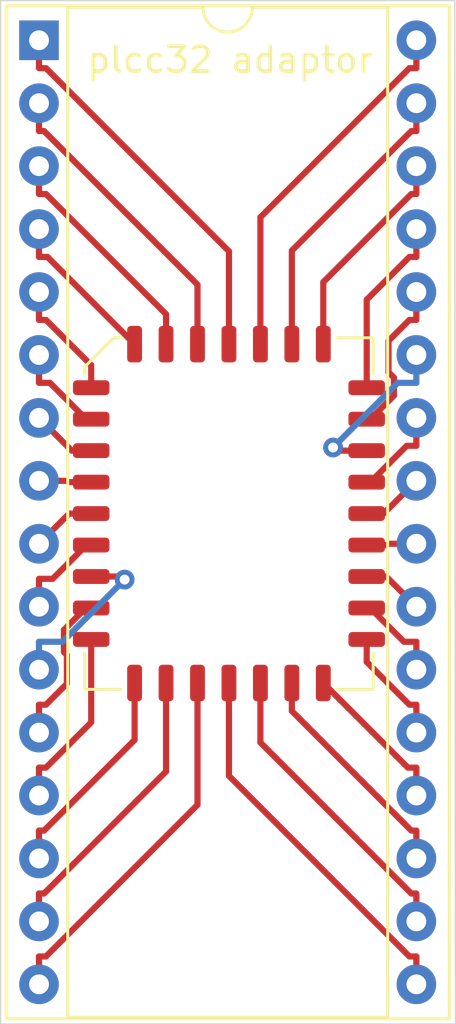
<source format=kicad_pcb>
(kicad_pcb (version 20171130) (host pcbnew 5.1.5-52549c5~84~ubuntu19.10.1)

  (general
    (thickness 1.6)
    (drawings 4)
    (tracks 128)
    (zones 0)
    (modules 2)
    (nets 33)
  )

  (page A4)
  (layers
    (0 F.Cu signal)
    (31 B.Cu signal)
    (32 B.Adhes user hide)
    (33 F.Adhes user hide)
    (34 B.Paste user hide)
    (35 F.Paste user hide)
    (36 B.SilkS user hide)
    (37 F.SilkS user)
    (38 B.Mask user)
    (39 F.Mask user)
    (40 Dwgs.User user hide)
    (41 Cmts.User user hide)
    (42 Eco1.User user hide)
    (43 Eco2.User user hide)
    (44 Edge.Cuts user)
    (45 Margin user)
    (46 B.CrtYd user)
    (47 F.CrtYd user)
    (48 B.Fab user)
    (49 F.Fab user)
  )

  (setup
    (last_trace_width 0.25)
    (trace_clearance 0.2)
    (zone_clearance 0.508)
    (zone_45_only no)
    (trace_min 0.2)
    (via_size 0.8)
    (via_drill 0.4)
    (via_min_size 0.4)
    (via_min_drill 0.3)
    (uvia_size 0.3)
    (uvia_drill 0.1)
    (uvias_allowed no)
    (uvia_min_size 0.2)
    (uvia_min_drill 0.1)
    (edge_width 0.05)
    (segment_width 0.2)
    (pcb_text_width 0.3)
    (pcb_text_size 1.5 1.5)
    (mod_edge_width 0.12)
    (mod_text_size 1 1)
    (mod_text_width 0.15)
    (pad_size 1.6 1.6)
    (pad_drill 0.8)
    (pad_to_mask_clearance 0.051)
    (solder_mask_min_width 0.25)
    (aux_axis_origin 0 0)
    (visible_elements FFFFFF7F)
    (pcbplotparams
      (layerselection 0x010e0_ffffffff)
      (usegerberextensions true)
      (usegerberattributes false)
      (usegerberadvancedattributes false)
      (creategerberjobfile false)
      (excludeedgelayer true)
      (linewidth 0.100000)
      (plotframeref false)
      (viasonmask false)
      (mode 1)
      (useauxorigin false)
      (hpglpennumber 1)
      (hpglpenspeed 20)
      (hpglpendiameter 15.000000)
      (psnegative false)
      (psa4output false)
      (plotreference true)
      (plotvalue true)
      (plotinvisibletext false)
      (padsonsilk false)
      (subtractmaskfromsilk false)
      (outputformat 1)
      (mirror false)
      (drillshape 0)
      (scaleselection 1)
      (outputdirectory "zip/"))
  )

  (net 0 "")
  (net 1 "Net-(U1-Pad1)")
  (net 2 "Net-(U1-Pad17)")
  (net 3 "Net-(U1-Pad2)")
  (net 4 "Net-(U1-Pad18)")
  (net 5 "Net-(U1-Pad3)")
  (net 6 "Net-(U1-Pad19)")
  (net 7 "Net-(U1-Pad4)")
  (net 8 "Net-(U1-Pad20)")
  (net 9 "Net-(U1-Pad5)")
  (net 10 "Net-(U1-Pad21)")
  (net 11 "Net-(U1-Pad6)")
  (net 12 "Net-(U1-Pad22)")
  (net 13 "Net-(U1-Pad7)")
  (net 14 "Net-(U1-Pad23)")
  (net 15 "Net-(U1-Pad8)")
  (net 16 "Net-(U1-Pad24)")
  (net 17 "Net-(U1-Pad9)")
  (net 18 "Net-(U1-Pad25)")
  (net 19 "Net-(U1-Pad10)")
  (net 20 "Net-(U1-Pad26)")
  (net 21 "Net-(U1-Pad11)")
  (net 22 "Net-(U1-Pad27)")
  (net 23 "Net-(U1-Pad12)")
  (net 24 "Net-(U1-Pad28)")
  (net 25 "Net-(U1-Pad13)")
  (net 26 "Net-(U1-Pad29)")
  (net 27 "Net-(U1-Pad14)")
  (net 28 "Net-(U1-Pad30)")
  (net 29 "Net-(U1-Pad15)")
  (net 30 "Net-(U1-Pad31)")
  (net 31 "Net-(U1-Pad16)")
  (net 32 "Net-(U1-Pad32)")

  (net_class Default "This is the default net class."
    (clearance 0.2)
    (trace_width 0.25)
    (via_dia 0.8)
    (via_drill 0.4)
    (uvia_dia 0.3)
    (uvia_drill 0.1)
    (add_net "Net-(U1-Pad1)")
    (add_net "Net-(U1-Pad10)")
    (add_net "Net-(U1-Pad11)")
    (add_net "Net-(U1-Pad12)")
    (add_net "Net-(U1-Pad13)")
    (add_net "Net-(U1-Pad14)")
    (add_net "Net-(U1-Pad15)")
    (add_net "Net-(U1-Pad16)")
    (add_net "Net-(U1-Pad17)")
    (add_net "Net-(U1-Pad18)")
    (add_net "Net-(U1-Pad19)")
    (add_net "Net-(U1-Pad2)")
    (add_net "Net-(U1-Pad20)")
    (add_net "Net-(U1-Pad21)")
    (add_net "Net-(U1-Pad22)")
    (add_net "Net-(U1-Pad23)")
    (add_net "Net-(U1-Pad24)")
    (add_net "Net-(U1-Pad25)")
    (add_net "Net-(U1-Pad26)")
    (add_net "Net-(U1-Pad27)")
    (add_net "Net-(U1-Pad28)")
    (add_net "Net-(U1-Pad29)")
    (add_net "Net-(U1-Pad3)")
    (add_net "Net-(U1-Pad30)")
    (add_net "Net-(U1-Pad31)")
    (add_net "Net-(U1-Pad32)")
    (add_net "Net-(U1-Pad4)")
    (add_net "Net-(U1-Pad5)")
    (add_net "Net-(U1-Pad6)")
    (add_net "Net-(U1-Pad7)")
    (add_net "Net-(U1-Pad8)")
    (add_net "Net-(U1-Pad9)")
  )

  (module Package_DIP:DIP-32_W15.24mm_Socket (layer F.Cu) (tedit 5A02E8C5) (tstamp 5E5C0126)
    (at 116.789 91.8204)
    (descr "32-lead though-hole mounted DIP package, row spacing 15.24 mm (600 mils), Socket")
    (tags "THT DIP DIL PDIP 2.54mm 15.24mm 600mil Socket")
    (path /5E5B6807)
    (fp_text reference U1 (at 7.62 -2.33) (layer F.SilkS) hide
      (effects (font (size 1 1) (thickness 0.15)))
    )
    (fp_text value 27C040 (at 7.62 40.43) (layer F.Fab) hide
      (effects (font (size 1 1) (thickness 0.15)))
    )
    (fp_arc (start 7.62 -1.33) (end 6.62 -1.33) (angle -180) (layer F.SilkS) (width 0.12))
    (fp_line (start 1.255 -1.27) (end 14.985 -1.27) (layer F.Fab) (width 0.1))
    (fp_line (start 14.985 -1.27) (end 14.985 39.37) (layer F.Fab) (width 0.1))
    (fp_line (start 14.985 39.37) (end 0.255 39.37) (layer F.Fab) (width 0.1))
    (fp_line (start 0.255 39.37) (end 0.255 -0.27) (layer F.Fab) (width 0.1))
    (fp_line (start 0.255 -0.27) (end 1.255 -1.27) (layer F.Fab) (width 0.1))
    (fp_line (start -1.27 -1.33) (end -1.27 39.43) (layer F.Fab) (width 0.1))
    (fp_line (start -1.27 39.43) (end 16.51 39.43) (layer F.Fab) (width 0.1))
    (fp_line (start 16.51 39.43) (end 16.51 -1.33) (layer F.Fab) (width 0.1))
    (fp_line (start 16.51 -1.33) (end -1.27 -1.33) (layer F.Fab) (width 0.1))
    (fp_line (start 6.62 -1.33) (end 1.16 -1.33) (layer F.SilkS) (width 0.12))
    (fp_line (start 1.16 -1.33) (end 1.16 39.43) (layer F.SilkS) (width 0.12))
    (fp_line (start 1.16 39.43) (end 14.08 39.43) (layer F.SilkS) (width 0.12))
    (fp_line (start 14.08 39.43) (end 14.08 -1.33) (layer F.SilkS) (width 0.12))
    (fp_line (start 14.08 -1.33) (end 8.62 -1.33) (layer F.SilkS) (width 0.12))
    (fp_line (start -1.33 -1.39) (end -1.33 39.49) (layer F.SilkS) (width 0.12))
    (fp_line (start -1.33 39.49) (end 16.57 39.49) (layer F.SilkS) (width 0.12))
    (fp_line (start 16.57 39.49) (end 16.57 -1.39) (layer F.SilkS) (width 0.12))
    (fp_line (start 16.57 -1.39) (end -1.33 -1.39) (layer F.SilkS) (width 0.12))
    (fp_line (start -1.55 -1.6) (end -1.55 39.7) (layer F.CrtYd) (width 0.05))
    (fp_line (start -1.55 39.7) (end 16.8 39.7) (layer F.CrtYd) (width 0.05))
    (fp_line (start 16.8 39.7) (end 16.8 -1.6) (layer F.CrtYd) (width 0.05))
    (fp_line (start 16.8 -1.6) (end -1.55 -1.6) (layer F.CrtYd) (width 0.05))
    (fp_text user %R (at 7.62 19.05) (layer F.Fab) hide
      (effects (font (size 1 1) (thickness 0.15)))
    )
    (pad 1 thru_hole rect (at 0 0) (size 1.6 1.6) (drill 0.8) (layers *.Cu *.Mask)
      (net 1 "Net-(U1-Pad1)"))
    (pad 17 thru_hole oval (at 15.24 38.1) (size 1.6 1.6) (drill 0.8) (layers *.Cu *.Mask)
      (net 2 "Net-(U1-Pad17)"))
    (pad 2 thru_hole oval (at 0 2.54) (size 1.6 1.6) (drill 0.8) (layers *.Cu *.Mask)
      (net 3 "Net-(U1-Pad2)"))
    (pad 18 thru_hole oval (at 15.24 35.56) (size 1.6 1.6) (drill 0.8) (layers *.Cu *.Mask)
      (net 4 "Net-(U1-Pad18)"))
    (pad 3 thru_hole oval (at 0 5.08) (size 1.6 1.6) (drill 0.8) (layers *.Cu *.Mask)
      (net 5 "Net-(U1-Pad3)"))
    (pad 19 thru_hole oval (at 15.24 33.02) (size 1.6 1.6) (drill 0.8) (layers *.Cu *.Mask)
      (net 6 "Net-(U1-Pad19)"))
    (pad 4 thru_hole oval (at 0 7.62) (size 1.6 1.6) (drill 0.8) (layers *.Cu *.Mask)
      (net 7 "Net-(U1-Pad4)"))
    (pad 20 thru_hole oval (at 15.24 30.48) (size 1.6 1.6) (drill 0.8) (layers *.Cu *.Mask)
      (net 8 "Net-(U1-Pad20)"))
    (pad 5 thru_hole oval (at 0 10.16) (size 1.6 1.6) (drill 0.8) (layers *.Cu *.Mask)
      (net 9 "Net-(U1-Pad5)"))
    (pad 21 thru_hole oval (at 15.24 27.94) (size 1.6 1.6) (drill 0.8) (layers *.Cu *.Mask)
      (net 10 "Net-(U1-Pad21)"))
    (pad 6 thru_hole oval (at 0 12.7) (size 1.6 1.6) (drill 0.8) (layers *.Cu *.Mask)
      (net 11 "Net-(U1-Pad6)"))
    (pad 22 thru_hole oval (at 15.24 25.4) (size 1.6 1.6) (drill 0.8) (layers *.Cu *.Mask)
      (net 12 "Net-(U1-Pad22)"))
    (pad 7 thru_hole oval (at 0 15.24) (size 1.6 1.6) (drill 0.8) (layers *.Cu *.Mask)
      (net 13 "Net-(U1-Pad7)"))
    (pad 23 thru_hole oval (at 15.24 22.86) (size 1.6 1.6) (drill 0.8) (layers *.Cu *.Mask)
      (net 14 "Net-(U1-Pad23)"))
    (pad 8 thru_hole oval (at 0 17.78) (size 1.6 1.6) (drill 0.8) (layers *.Cu *.Mask)
      (net 15 "Net-(U1-Pad8)"))
    (pad 24 thru_hole oval (at 15.24 20.32) (size 1.6 1.6) (drill 0.8) (layers *.Cu *.Mask)
      (net 16 "Net-(U1-Pad24)"))
    (pad 9 thru_hole oval (at 0 20.32) (size 1.6 1.6) (drill 0.8) (layers *.Cu *.Mask)
      (net 17 "Net-(U1-Pad9)"))
    (pad 25 thru_hole oval (at 15.24 17.78) (size 1.6 1.6) (drill 0.8) (layers *.Cu *.Mask)
      (net 18 "Net-(U1-Pad25)"))
    (pad 10 thru_hole oval (at 0 22.86) (size 1.6 1.6) (drill 0.8) (layers *.Cu *.Mask)
      (net 19 "Net-(U1-Pad10)"))
    (pad 26 thru_hole oval (at 15.24 15.24) (size 1.6 1.6) (drill 0.8) (layers *.Cu *.Mask)
      (net 20 "Net-(U1-Pad26)"))
    (pad 11 thru_hole oval (at 0 25.4) (size 1.6 1.6) (drill 0.8) (layers *.Cu *.Mask)
      (net 21 "Net-(U1-Pad11)"))
    (pad 27 thru_hole oval (at 15.24 12.7) (size 1.6 1.6) (drill 0.8) (layers *.Cu *.Mask)
      (net 22 "Net-(U1-Pad27)"))
    (pad 12 thru_hole oval (at 0 27.94) (size 1.6 1.6) (drill 0.8) (layers *.Cu *.Mask)
      (net 23 "Net-(U1-Pad12)"))
    (pad 28 thru_hole oval (at 15.24 10.16) (size 1.6 1.6) (drill 0.8) (layers *.Cu *.Mask)
      (net 24 "Net-(U1-Pad28)"))
    (pad 13 thru_hole oval (at 0 30.48) (size 1.6 1.6) (drill 0.8) (layers *.Cu *.Mask)
      (net 25 "Net-(U1-Pad13)"))
    (pad 29 thru_hole oval (at 15.24 7.62) (size 1.6 1.6) (drill 0.8) (layers *.Cu *.Mask)
      (net 26 "Net-(U1-Pad29)"))
    (pad 14 thru_hole oval (at 0 33.02) (size 1.6 1.6) (drill 0.8) (layers *.Cu *.Mask)
      (net 27 "Net-(U1-Pad14)"))
    (pad 30 thru_hole oval (at 15.24 5.08) (size 1.6 1.6) (drill 0.8) (layers *.Cu *.Mask)
      (net 28 "Net-(U1-Pad30)"))
    (pad 15 thru_hole oval (at 0 35.56) (size 1.6 1.6) (drill 0.8) (layers *.Cu *.Mask)
      (net 29 "Net-(U1-Pad15)"))
    (pad 31 thru_hole oval (at 15.24 2.54) (size 1.6 1.6) (drill 0.8) (layers *.Cu *.Mask)
      (net 30 "Net-(U1-Pad31)"))
    (pad 16 thru_hole oval (at 0 38.1) (size 1.6 1.6) (drill 0.8) (layers *.Cu *.Mask)
      (net 31 "Net-(U1-Pad16)"))
    (pad 32 thru_hole oval (at 15.24 0) (size 1.6 1.6) (drill 0.8) (layers *.Cu *.Mask)
      (net 32 "Net-(U1-Pad32)"))
    (model ${KISYS3DMOD}/Package_DIP.3dshapes/DIP-32_W15.24mm_Socket.wrl
      (at (xyz 0 0 0))
      (scale (xyz 1 1 1))
      (rotate (xyz 0 0 0))
    )
  )

  (module Package_PLCC:PLCC-32_11.4x14.0mm_P1.27mm (layer F.Cu) (tedit 5B298677) (tstamp 5E5C0175)
    (at 124.46 110.922)
    (descr "PLCC, 32 Pin (http://ww1.microchip.com/downloads/en/DeviceDoc/doc0015.pdf), generated with kicad-footprint-generator ipc_plcc_jLead_generator.py")
    (tags "PLCC LCC")
    (path /5E5B5D51)
    (attr smd)
    (fp_text reference "plcc32 adaptor" (at 0.0508 -18.3136) (layer F.SilkS)
      (effects (font (size 1 1) (thickness 0.15)))
    )
    (fp_text value " " (at 0 8.52) (layer F.Fab) hide
      (effects (font (size 1 1) (thickness 0.15)))
    )
    (fp_line (start 4.37 -7.095) (end 5.825 -7.095) (layer F.SilkS) (width 0.12))
    (fp_line (start 5.825 -7.095) (end 5.825 -5.64) (layer F.SilkS) (width 0.12))
    (fp_line (start -4.37 7.095) (end -5.825 7.095) (layer F.SilkS) (width 0.12))
    (fp_line (start -5.825 7.095) (end -5.825 5.64) (layer F.SilkS) (width 0.12))
    (fp_line (start 4.37 7.095) (end 5.825 7.095) (layer F.SilkS) (width 0.12))
    (fp_line (start 5.825 7.095) (end 5.825 5.64) (layer F.SilkS) (width 0.12))
    (fp_line (start -4.37 -7.095) (end -4.652782 -7.095) (layer F.SilkS) (width 0.12))
    (fp_line (start -4.652782 -7.095) (end -5.825 -5.922782) (layer F.SilkS) (width 0.12))
    (fp_line (start -5.825 -5.922782) (end -5.825 -5.64) (layer F.SilkS) (width 0.12))
    (fp_line (start 0 -6.277893) (end 0.5 -6.985) (layer F.Fab) (width 0.1))
    (fp_line (start 0.5 -6.985) (end 5.715 -6.985) (layer F.Fab) (width 0.1))
    (fp_line (start 5.715 -6.985) (end 5.715 6.985) (layer F.Fab) (width 0.1))
    (fp_line (start 5.715 6.985) (end -5.715 6.985) (layer F.Fab) (width 0.1))
    (fp_line (start -5.715 6.985) (end -5.715 -5.845) (layer F.Fab) (width 0.1))
    (fp_line (start -5.715 -5.845) (end -4.575 -6.985) (layer F.Fab) (width 0.1))
    (fp_line (start -4.575 -6.985) (end -0.5 -6.985) (layer F.Fab) (width 0.1))
    (fp_line (start -0.5 -6.985) (end 0 -6.277893) (layer F.Fab) (width 0.1))
    (fp_line (start 0 -7.82) (end 4.36 -7.82) (layer F.CrtYd) (width 0.05))
    (fp_line (start 4.36 -7.82) (end 4.36 -7.23) (layer F.CrtYd) (width 0.05))
    (fp_line (start 4.36 -7.23) (end 5.96 -7.23) (layer F.CrtYd) (width 0.05))
    (fp_line (start 5.96 -7.23) (end 5.96 -5.63) (layer F.CrtYd) (width 0.05))
    (fp_line (start 5.96 -5.63) (end 6.55 -5.63) (layer F.CrtYd) (width 0.05))
    (fp_line (start 6.55 -5.63) (end 6.55 0) (layer F.CrtYd) (width 0.05))
    (fp_line (start 0 7.82) (end -4.36 7.82) (layer F.CrtYd) (width 0.05))
    (fp_line (start -4.36 7.82) (end -4.36 7.23) (layer F.CrtYd) (width 0.05))
    (fp_line (start -4.36 7.23) (end -5.96 7.23) (layer F.CrtYd) (width 0.05))
    (fp_line (start -5.96 7.23) (end -5.96 5.63) (layer F.CrtYd) (width 0.05))
    (fp_line (start -5.96 5.63) (end -6.55 5.63) (layer F.CrtYd) (width 0.05))
    (fp_line (start -6.55 5.63) (end -6.55 0) (layer F.CrtYd) (width 0.05))
    (fp_line (start 0 7.82) (end 4.36 7.82) (layer F.CrtYd) (width 0.05))
    (fp_line (start 4.36 7.82) (end 4.36 7.23) (layer F.CrtYd) (width 0.05))
    (fp_line (start 4.36 7.23) (end 5.96 7.23) (layer F.CrtYd) (width 0.05))
    (fp_line (start 5.96 7.23) (end 5.96 5.63) (layer F.CrtYd) (width 0.05))
    (fp_line (start 5.96 5.63) (end 6.55 5.63) (layer F.CrtYd) (width 0.05))
    (fp_line (start 6.55 5.63) (end 6.55 0) (layer F.CrtYd) (width 0.05))
    (fp_line (start 0 -7.82) (end -4.36 -7.82) (layer F.CrtYd) (width 0.05))
    (fp_line (start -4.36 -7.82) (end -4.36 -7.23) (layer F.CrtYd) (width 0.05))
    (fp_line (start -4.36 -7.23) (end -4.68 -7.23) (layer F.CrtYd) (width 0.05))
    (fp_line (start -4.68 -7.23) (end -5.96 -5.95) (layer F.CrtYd) (width 0.05))
    (fp_line (start -5.96 -5.95) (end -5.96 -5.63) (layer F.CrtYd) (width 0.05))
    (fp_line (start -5.96 -5.63) (end -6.55 -5.63) (layer F.CrtYd) (width 0.05))
    (fp_line (start -6.55 -5.63) (end -6.55 0) (layer F.CrtYd) (width 0.05))
    (fp_text user " " (at 0 0) (layer F.Fab) hide
      (effects (font (size 1 1) (thickness 0.15)))
    )
    (pad 1 smd roundrect (at 0 -6.8375) (size 0.6 1.475) (layers F.Cu F.Paste F.Mask) (roundrect_rratio 0.25)
      (net 1 "Net-(U1-Pad1)"))
    (pad 2 smd roundrect (at -1.27 -6.8375) (size 0.6 1.475) (layers F.Cu F.Paste F.Mask) (roundrect_rratio 0.25)
      (net 3 "Net-(U1-Pad2)"))
    (pad 3 smd roundrect (at -2.54 -6.8375) (size 0.6 1.475) (layers F.Cu F.Paste F.Mask) (roundrect_rratio 0.25)
      (net 5 "Net-(U1-Pad3)"))
    (pad 4 smd roundrect (at -3.81 -6.8375) (size 0.6 1.475) (layers F.Cu F.Paste F.Mask) (roundrect_rratio 0.25)
      (net 7 "Net-(U1-Pad4)"))
    (pad 5 smd roundrect (at -5.5625 -5.08) (size 1.475 0.6) (layers F.Cu F.Paste F.Mask) (roundrect_rratio 0.25)
      (net 9 "Net-(U1-Pad5)"))
    (pad 6 smd roundrect (at -5.5625 -3.81) (size 1.475 0.6) (layers F.Cu F.Paste F.Mask) (roundrect_rratio 0.25)
      (net 11 "Net-(U1-Pad6)"))
    (pad 7 smd roundrect (at -5.5625 -2.54) (size 1.475 0.6) (layers F.Cu F.Paste F.Mask) (roundrect_rratio 0.25)
      (net 13 "Net-(U1-Pad7)"))
    (pad 8 smd roundrect (at -5.5625 -1.27) (size 1.475 0.6) (layers F.Cu F.Paste F.Mask) (roundrect_rratio 0.25)
      (net 15 "Net-(U1-Pad8)"))
    (pad 9 smd roundrect (at -5.5625 0) (size 1.475 0.6) (layers F.Cu F.Paste F.Mask) (roundrect_rratio 0.25)
      (net 17 "Net-(U1-Pad9)"))
    (pad 10 smd roundrect (at -5.5625 1.27) (size 1.475 0.6) (layers F.Cu F.Paste F.Mask) (roundrect_rratio 0.25)
      (net 19 "Net-(U1-Pad10)"))
    (pad 11 smd roundrect (at -5.5625 2.54) (size 1.475 0.6) (layers F.Cu F.Paste F.Mask) (roundrect_rratio 0.25)
      (net 21 "Net-(U1-Pad11)"))
    (pad 12 smd roundrect (at -5.5625 3.81) (size 1.475 0.6) (layers F.Cu F.Paste F.Mask) (roundrect_rratio 0.25)
      (net 23 "Net-(U1-Pad12)"))
    (pad 13 smd roundrect (at -5.5625 5.08) (size 1.475 0.6) (layers F.Cu F.Paste F.Mask) (roundrect_rratio 0.25)
      (net 25 "Net-(U1-Pad13)"))
    (pad 14 smd roundrect (at -3.81 6.8375) (size 0.6 1.475) (layers F.Cu F.Paste F.Mask) (roundrect_rratio 0.25)
      (net 27 "Net-(U1-Pad14)"))
    (pad 15 smd roundrect (at -2.54 6.8375) (size 0.6 1.475) (layers F.Cu F.Paste F.Mask) (roundrect_rratio 0.25)
      (net 29 "Net-(U1-Pad15)"))
    (pad 16 smd roundrect (at -1.27 6.8375) (size 0.6 1.475) (layers F.Cu F.Paste F.Mask) (roundrect_rratio 0.25)
      (net 31 "Net-(U1-Pad16)"))
    (pad 17 smd roundrect (at 0 6.8375) (size 0.6 1.475) (layers F.Cu F.Paste F.Mask) (roundrect_rratio 0.25)
      (net 2 "Net-(U1-Pad17)"))
    (pad 18 smd roundrect (at 1.27 6.8375) (size 0.6 1.475) (layers F.Cu F.Paste F.Mask) (roundrect_rratio 0.25)
      (net 4 "Net-(U1-Pad18)"))
    (pad 19 smd roundrect (at 2.54 6.8375) (size 0.6 1.475) (layers F.Cu F.Paste F.Mask) (roundrect_rratio 0.25)
      (net 6 "Net-(U1-Pad19)"))
    (pad 20 smd roundrect (at 3.81 6.8375) (size 0.6 1.475) (layers F.Cu F.Paste F.Mask) (roundrect_rratio 0.25)
      (net 8 "Net-(U1-Pad20)"))
    (pad 21 smd roundrect (at 5.5625 5.08) (size 1.475 0.6) (layers F.Cu F.Paste F.Mask) (roundrect_rratio 0.25)
      (net 10 "Net-(U1-Pad21)"))
    (pad 22 smd roundrect (at 5.5625 3.81) (size 1.475 0.6) (layers F.Cu F.Paste F.Mask) (roundrect_rratio 0.25)
      (net 12 "Net-(U1-Pad22)"))
    (pad 23 smd roundrect (at 5.5625 2.54) (size 1.475 0.6) (layers F.Cu F.Paste F.Mask) (roundrect_rratio 0.25)
      (net 14 "Net-(U1-Pad23)"))
    (pad 24 smd roundrect (at 5.5625 1.27) (size 1.475 0.6) (layers F.Cu F.Paste F.Mask) (roundrect_rratio 0.25)
      (net 16 "Net-(U1-Pad24)"))
    (pad 25 smd roundrect (at 5.5625 0) (size 1.475 0.6) (layers F.Cu F.Paste F.Mask) (roundrect_rratio 0.25)
      (net 18 "Net-(U1-Pad25)"))
    (pad 26 smd roundrect (at 5.5625 -1.27) (size 1.475 0.6) (layers F.Cu F.Paste F.Mask) (roundrect_rratio 0.25)
      (net 20 "Net-(U1-Pad26)"))
    (pad 27 smd roundrect (at 5.5625 -2.54) (size 1.475 0.6) (layers F.Cu F.Paste F.Mask) (roundrect_rratio 0.25)
      (net 22 "Net-(U1-Pad27)"))
    (pad 28 smd roundrect (at 5.5625 -3.81) (size 1.475 0.6) (layers F.Cu F.Paste F.Mask) (roundrect_rratio 0.25)
      (net 24 "Net-(U1-Pad28)"))
    (pad 29 smd roundrect (at 5.5625 -5.08) (size 1.475 0.6) (layers F.Cu F.Paste F.Mask) (roundrect_rratio 0.25)
      (net 26 "Net-(U1-Pad29)"))
    (pad 30 smd roundrect (at 3.81 -6.8375) (size 0.6 1.475) (layers F.Cu F.Paste F.Mask) (roundrect_rratio 0.25)
      (net 28 "Net-(U1-Pad30)"))
    (pad 31 smd roundrect (at 2.54 -6.8375) (size 0.6 1.475) (layers F.Cu F.Paste F.Mask) (roundrect_rratio 0.25)
      (net 30 "Net-(U1-Pad31)"))
    (pad 32 smd roundrect (at 1.27 -6.8375) (size 0.6 1.475) (layers F.Cu F.Paste F.Mask) (roundrect_rratio 0.25)
      (net 32 "Net-(U1-Pad32)"))
    (model ${KISYS3DMOD}/Package_LCC.3dshapes/PLCC-32_11.4x14.0mm_P1.27mm.wrl
      (at (xyz 0 0 0))
      (scale (xyz 1 1 1))
      (rotate (xyz 0 0 0))
    )
  )

  (gr_line (start 115.2398 90.2208) (end 133.5786 90.2208) (layer Edge.Cuts) (width 0.05) (tstamp 5E5C0AA1))
  (gr_line (start 115.2398 131.5212) (end 115.2398 90.2208) (layer Edge.Cuts) (width 0.05))
  (gr_line (start 133.604 131.5212) (end 115.2398 131.5212) (layer Edge.Cuts) (width 0.05))
  (gr_line (start 133.5786 90.2208) (end 133.604 131.5212) (layer Edge.Cuts) (width 0.05))

  (segment (start 116.789 91.8204) (end 116.789 92.9457) (width 0.25) (layer F.Cu) (net 1))
  (segment (start 124.46 104.0845) (end 124.46 100.3354) (width 0.25) (layer F.Cu) (net 1))
  (segment (start 124.46 100.3354) (end 117.0703 92.9457) (width 0.25) (layer F.Cu) (net 1))
  (segment (start 117.0703 92.9457) (end 116.789 92.9457) (width 0.25) (layer F.Cu) (net 1))
  (segment (start 132.029 129.9204) (end 132.029 128.7951) (width 0.25) (layer F.Cu) (net 2))
  (segment (start 124.46 117.7595) (end 124.46 121.5074) (width 0.25) (layer F.Cu) (net 2))
  (segment (start 124.46 121.5074) (end 131.7477 128.7951) (width 0.25) (layer F.Cu) (net 2))
  (segment (start 131.7477 128.7951) (end 132.029 128.7951) (width 0.25) (layer F.Cu) (net 2))
  (segment (start 116.789 95.4857) (end 116.9935 95.4857) (width 0.25) (layer F.Cu) (net 3))
  (segment (start 116.9935 95.4857) (end 123.19 101.6822) (width 0.25) (layer F.Cu) (net 3))
  (segment (start 123.19 101.6822) (end 123.19 104.0845) (width 0.25) (layer F.Cu) (net 3))
  (segment (start 116.789 94.3604) (end 116.789 95.4857) (width 0.25) (layer F.Cu) (net 3))
  (segment (start 132.029 126.2551) (end 131.8245 126.2551) (width 0.25) (layer F.Cu) (net 4))
  (segment (start 131.8245 126.2551) (end 125.73 120.1606) (width 0.25) (layer F.Cu) (net 4))
  (segment (start 125.73 120.1606) (end 125.73 117.7595) (width 0.25) (layer F.Cu) (net 4))
  (segment (start 132.029 127.3804) (end 132.029 126.2551) (width 0.25) (layer F.Cu) (net 4))
  (segment (start 116.789 96.9004) (end 116.789 98.0257) (width 0.25) (layer F.Cu) (net 5))
  (segment (start 121.92 104.0845) (end 121.92 102.8754) (width 0.25) (layer F.Cu) (net 5))
  (segment (start 121.92 102.8754) (end 117.0703 98.0257) (width 0.25) (layer F.Cu) (net 5))
  (segment (start 117.0703 98.0257) (end 116.789 98.0257) (width 0.25) (layer F.Cu) (net 5))
  (segment (start 132.029 123.7151) (end 131.8245 123.7151) (width 0.25) (layer F.Cu) (net 6))
  (segment (start 131.8245 123.7151) (end 127 118.8906) (width 0.25) (layer F.Cu) (net 6))
  (segment (start 127 118.8906) (end 127 117.7595) (width 0.25) (layer F.Cu) (net 6))
  (segment (start 132.029 124.8404) (end 132.029 123.7151) (width 0.25) (layer F.Cu) (net 6))
  (segment (start 116.789 99.4404) (end 116.789 100.5657) (width 0.25) (layer F.Cu) (net 7))
  (segment (start 120.65 104.0845) (end 117.1312 100.5657) (width 0.25) (layer F.Cu) (net 7))
  (segment (start 117.1312 100.5657) (end 116.789 100.5657) (width 0.25) (layer F.Cu) (net 7))
  (segment (start 132.029 122.3004) (end 132.029 121.1751) (width 0.25) (layer F.Cu) (net 8))
  (segment (start 128.27 117.7595) (end 131.6856 121.1751) (width 0.25) (layer F.Cu) (net 8))
  (segment (start 131.6856 121.1751) (end 132.029 121.1751) (width 0.25) (layer F.Cu) (net 8))
  (segment (start 116.789 101.9804) (end 116.789 103.1057) (width 0.25) (layer F.Cu) (net 9))
  (segment (start 118.8975 105.842) (end 118.8975 104.9329) (width 0.25) (layer F.Cu) (net 9))
  (segment (start 118.8975 104.9329) (end 117.0703 103.1057) (width 0.25) (layer F.Cu) (net 9))
  (segment (start 117.0703 103.1057) (end 116.789 103.1057) (width 0.25) (layer F.Cu) (net 9))
  (segment (start 132.029 119.7604) (end 132.029 118.6351) (width 0.25) (layer F.Cu) (net 10))
  (segment (start 130.0225 116.002) (end 130.0225 116.9099) (width 0.25) (layer F.Cu) (net 10))
  (segment (start 130.0225 116.9099) (end 131.7477 118.6351) (width 0.25) (layer F.Cu) (net 10))
  (segment (start 131.7477 118.6351) (end 132.029 118.6351) (width 0.25) (layer F.Cu) (net 10))
  (segment (start 116.789 104.5204) (end 116.789 105.6457) (width 0.25) (layer F.Cu) (net 11))
  (segment (start 118.8975 107.112) (end 118.6954 107.112) (width 0.25) (layer F.Cu) (net 11))
  (segment (start 118.6954 107.112) (end 117.2291 105.6457) (width 0.25) (layer F.Cu) (net 11))
  (segment (start 117.2291 105.6457) (end 116.789 105.6457) (width 0.25) (layer F.Cu) (net 11))
  (segment (start 132.029 117.2204) (end 132.029 116.0951) (width 0.25) (layer F.Cu) (net 12))
  (segment (start 130.0225 114.732) (end 130.1635 114.732) (width 0.25) (layer F.Cu) (net 12))
  (segment (start 130.1635 114.732) (end 131.5266 116.0951) (width 0.25) (layer F.Cu) (net 12))
  (segment (start 131.5266 116.0951) (end 132.029 116.0951) (width 0.25) (layer F.Cu) (net 12))
  (segment (start 118.8975 108.382) (end 118.1106 108.382) (width 0.25) (layer F.Cu) (net 13))
  (segment (start 118.1106 108.382) (end 116.789 107.0604) (width 0.25) (layer F.Cu) (net 13))
  (segment (start 130.0225 113.462) (end 130.8106 113.462) (width 0.25) (layer F.Cu) (net 14))
  (segment (start 130.8106 113.462) (end 132.029 114.6804) (width 0.25) (layer F.Cu) (net 14))
  (segment (start 116.789 109.6004) (end 117.9143 109.6004) (width 0.25) (layer F.Cu) (net 15))
  (segment (start 118.8975 109.652) (end 117.9659 109.652) (width 0.25) (layer F.Cu) (net 15))
  (segment (start 117.9659 109.652) (end 117.9143 109.6004) (width 0.25) (layer F.Cu) (net 15))
  (segment (start 132.029 112.1404) (end 130.9037 112.1404) (width 0.25) (layer F.Cu) (net 16))
  (segment (start 130.0225 112.192) (end 130.8521 112.192) (width 0.25) (layer F.Cu) (net 16))
  (segment (start 130.8521 112.192) (end 130.9037 112.1404) (width 0.25) (layer F.Cu) (net 16))
  (segment (start 118.8975 110.922) (end 118.0074 110.922) (width 0.25) (layer F.Cu) (net 17))
  (segment (start 118.0074 110.922) (end 116.789 112.1404) (width 0.25) (layer F.Cu) (net 17))
  (segment (start 130.0225 110.922) (end 130.7074 110.922) (width 0.25) (layer F.Cu) (net 18))
  (segment (start 130.7074 110.922) (end 132.029 109.6004) (width 0.25) (layer F.Cu) (net 18))
  (segment (start 116.789 114.6804) (end 116.789 113.5551) (width 0.25) (layer F.Cu) (net 19))
  (segment (start 118.8975 112.192) (end 118.7055 112.192) (width 0.25) (layer F.Cu) (net 19))
  (segment (start 118.7055 112.192) (end 117.3424 113.5551) (width 0.25) (layer F.Cu) (net 19))
  (segment (start 117.3424 113.5551) (end 116.789 113.5551) (width 0.25) (layer F.Cu) (net 19))
  (segment (start 132.029 107.0604) (end 132.029 108.1857) (width 0.25) (layer F.Cu) (net 20))
  (segment (start 130.0225 109.652) (end 130.1736 109.652) (width 0.25) (layer F.Cu) (net 20))
  (segment (start 130.1736 109.652) (end 131.6399 108.1857) (width 0.25) (layer F.Cu) (net 20))
  (segment (start 131.6399 108.1857) (end 132.029 108.1857) (width 0.25) (layer F.Cu) (net 20))
  (segment (start 118.8975 113.462) (end 120.1218 113.462) (width 0.25) (layer F.Cu) (net 21))
  (segment (start 120.1218 113.462) (end 120.2469 113.5871) (width 0.25) (layer F.Cu) (net 21))
  (segment (start 120.2469 113.5871) (end 117.7389 116.0951) (width 0.25) (layer B.Cu) (net 21))
  (segment (start 117.7389 116.0951) (end 116.789 116.0951) (width 0.25) (layer B.Cu) (net 21))
  (segment (start 116.789 117.2204) (end 116.789 116.0951) (width 0.25) (layer B.Cu) (net 21))
  (via (at 120.2469 113.5871) (size 0.8) (layers F.Cu B.Cu) (net 21))
  (segment (start 130.0225 108.382) (end 128.7906 108.382) (width 0.25) (layer F.Cu) (net 22))
  (segment (start 128.7906 108.382) (end 128.6646 108.256) (width 0.25) (layer F.Cu) (net 22))
  (segment (start 128.6646 108.256) (end 131.2749 105.6457) (width 0.25) (layer B.Cu) (net 22))
  (segment (start 131.2749 105.6457) (end 132.029 105.6457) (width 0.25) (layer B.Cu) (net 22))
  (segment (start 132.029 104.5204) (end 132.029 105.6457) (width 0.25) (layer B.Cu) (net 22))
  (via (at 128.6646 108.256) (size 0.8) (layers F.Cu B.Cu) (net 22))
  (segment (start 116.789 119.7604) (end 116.789 118.6351) (width 0.25) (layer F.Cu) (net 23))
  (segment (start 118.8975 114.732) (end 118.6795 114.732) (width 0.25) (layer F.Cu) (net 23))
  (segment (start 118.6795 114.732) (end 117.796 115.6155) (width 0.25) (layer F.Cu) (net 23))
  (segment (start 117.796 115.6155) (end 117.796 116.5096) (width 0.25) (layer F.Cu) (net 23))
  (segment (start 117.796 116.5096) (end 117.9143 116.6279) (width 0.25) (layer F.Cu) (net 23))
  (segment (start 117.9143 116.6279) (end 117.9143 117.7912) (width 0.25) (layer F.Cu) (net 23))
  (segment (start 117.9143 117.7912) (end 117.0704 118.6351) (width 0.25) (layer F.Cu) (net 23))
  (segment (start 117.0704 118.6351) (end 116.789 118.6351) (width 0.25) (layer F.Cu) (net 23))
  (segment (start 132.029 101.9804) (end 132.029 103.1057) (width 0.25) (layer F.Cu) (net 24))
  (segment (start 130.0225 107.112) (end 130.1736 107.112) (width 0.25) (layer F.Cu) (net 24))
  (segment (start 130.1736 107.112) (end 131.1236 106.162) (width 0.25) (layer F.Cu) (net 24))
  (segment (start 131.1236 106.162) (end 131.1236 105.436) (width 0.25) (layer F.Cu) (net 24))
  (segment (start 131.1236 105.436) (end 130.9037 105.2161) (width 0.25) (layer F.Cu) (net 24))
  (segment (start 130.9037 105.2161) (end 130.9037 103.9496) (width 0.25) (layer F.Cu) (net 24))
  (segment (start 130.9037 103.9496) (end 131.7476 103.1057) (width 0.25) (layer F.Cu) (net 24))
  (segment (start 131.7476 103.1057) (end 132.029 103.1057) (width 0.25) (layer F.Cu) (net 24))
  (segment (start 116.789 122.3004) (end 116.789 121.1751) (width 0.25) (layer F.Cu) (net 25))
  (segment (start 118.8975 116.002) (end 118.8975 119.3479) (width 0.25) (layer F.Cu) (net 25))
  (segment (start 118.8975 119.3479) (end 117.0703 121.1751) (width 0.25) (layer F.Cu) (net 25))
  (segment (start 117.0703 121.1751) (end 116.789 121.1751) (width 0.25) (layer F.Cu) (net 25))
  (segment (start 130.0225 105.842) (end 130.0225 102.2909) (width 0.25) (layer F.Cu) (net 26))
  (segment (start 130.0225 102.2909) (end 131.7477 100.5657) (width 0.25) (layer F.Cu) (net 26))
  (segment (start 131.7477 100.5657) (end 132.029 100.5657) (width 0.25) (layer F.Cu) (net 26))
  (segment (start 132.029 99.4404) (end 132.029 100.5657) (width 0.25) (layer F.Cu) (net 26))
  (segment (start 120.65 117.7595) (end 120.65 120.0584) (width 0.25) (layer F.Cu) (net 27))
  (segment (start 120.65 120.0584) (end 116.9933 123.7151) (width 0.25) (layer F.Cu) (net 27))
  (segment (start 116.9933 123.7151) (end 116.789 123.7151) (width 0.25) (layer F.Cu) (net 27))
  (segment (start 116.789 124.8404) (end 116.789 123.7151) (width 0.25) (layer F.Cu) (net 27))
  (segment (start 128.27 104.0845) (end 128.27 101.5804) (width 0.25) (layer F.Cu) (net 28))
  (segment (start 128.27 101.5804) (end 131.8247 98.0257) (width 0.25) (layer F.Cu) (net 28))
  (segment (start 131.8247 98.0257) (end 132.029 98.0257) (width 0.25) (layer F.Cu) (net 28))
  (segment (start 132.029 96.9004) (end 132.029 98.0257) (width 0.25) (layer F.Cu) (net 28))
  (segment (start 121.92 117.7595) (end 121.92 121.3284) (width 0.25) (layer F.Cu) (net 29))
  (segment (start 121.92 121.3284) (end 116.9933 126.2551) (width 0.25) (layer F.Cu) (net 29))
  (segment (start 116.9933 126.2551) (end 116.789 126.2551) (width 0.25) (layer F.Cu) (net 29))
  (segment (start 116.789 127.3804) (end 116.789 126.2551) (width 0.25) (layer F.Cu) (net 29))
  (segment (start 127 104.0845) (end 127 100.3104) (width 0.25) (layer F.Cu) (net 30))
  (segment (start 127 100.3104) (end 131.8247 95.4857) (width 0.25) (layer F.Cu) (net 30))
  (segment (start 131.8247 95.4857) (end 132.029 95.4857) (width 0.25) (layer F.Cu) (net 30))
  (segment (start 132.029 94.3604) (end 132.029 95.4857) (width 0.25) (layer F.Cu) (net 30))
  (segment (start 116.789 129.9204) (end 116.789 128.7951) (width 0.25) (layer F.Cu) (net 31))
  (segment (start 123.19 117.7595) (end 123.19 122.6754) (width 0.25) (layer F.Cu) (net 31))
  (segment (start 123.19 122.6754) (end 117.0703 128.7951) (width 0.25) (layer F.Cu) (net 31))
  (segment (start 117.0703 128.7951) (end 116.789 128.7951) (width 0.25) (layer F.Cu) (net 31))
  (segment (start 132.029 91.8204) (end 132.029 92.9457) (width 0.25) (layer F.Cu) (net 32))
  (segment (start 125.73 104.0845) (end 125.73 98.9634) (width 0.25) (layer F.Cu) (net 32))
  (segment (start 125.73 98.9634) (end 131.7477 92.9457) (width 0.25) (layer F.Cu) (net 32))
  (segment (start 131.7477 92.9457) (end 132.029 92.9457) (width 0.25) (layer F.Cu) (net 32))

)

</source>
